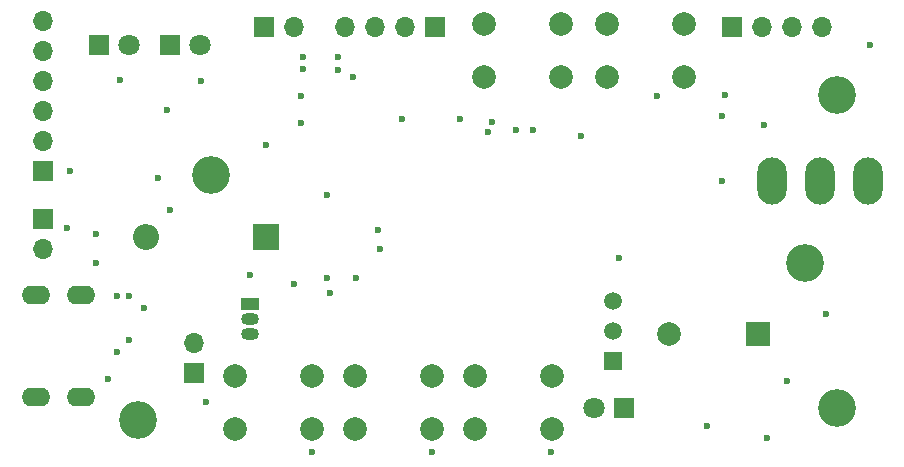
<source format=gbr>
%TF.GenerationSoftware,KiCad,Pcbnew,8.0.4*%
%TF.CreationDate,2024-08-25T14:26:38+02:00*%
%TF.ProjectId,cooking_thermometer,636f6f6b-696e-4675-9f74-6865726d6f6d,rev?*%
%TF.SameCoordinates,Original*%
%TF.FileFunction,Soldermask,Bot*%
%TF.FilePolarity,Negative*%
%FSLAX46Y46*%
G04 Gerber Fmt 4.6, Leading zero omitted, Abs format (unit mm)*
G04 Created by KiCad (PCBNEW 8.0.4) date 2024-08-25 14:26:38*
%MOMM*%
%LPD*%
G01*
G04 APERTURE LIST*
%ADD10C,3.200000*%
%ADD11C,2.000000*%
%ADD12R,1.700000X1.700000*%
%ADD13O,1.700000X1.700000*%
%ADD14R,2.200000X2.200000*%
%ADD15O,2.200000X2.200000*%
%ADD16R,1.800000X1.800000*%
%ADD17C,1.800000*%
%ADD18O,2.500000X4.000000*%
%ADD19R,1.500000X1.050000*%
%ADD20O,1.500000X1.050000*%
%ADD21O,2.400000X1.600000*%
%ADD22R,2.000000X2.000000*%
%ADD23R,1.500000X1.500000*%
%ADD24C,1.500000*%
%ADD25C,0.600000*%
G04 APERTURE END LIST*
D10*
%TO.C,H1*%
X217750000Y-85000000D03*
%TD*%
D11*
%TO.C,SW4*%
X183388000Y-113250000D03*
X176888000Y-113250000D03*
X183388000Y-108750000D03*
X176888000Y-108750000D03*
%TD*%
%TO.C,SW5*%
X193548000Y-113250000D03*
X187048000Y-113250000D03*
X193548000Y-108750000D03*
X187048000Y-108750000D03*
%TD*%
D12*
%TO.C,J3*%
X169164000Y-79248000D03*
D13*
X171704000Y-79248000D03*
%TD*%
D12*
%TO.C,J4*%
X150500000Y-95475000D03*
D13*
X150500000Y-98015000D03*
%TD*%
D14*
%TO.C,D1*%
X169330000Y-97000000D03*
D15*
X159170000Y-97000000D03*
%TD*%
D16*
%TO.C,D4*%
X161250000Y-80750000D03*
D17*
X163790000Y-80750000D03*
%TD*%
D18*
%TO.C,J8*%
X220353500Y-92250000D03*
X216289500Y-92250000D03*
X212225500Y-92250000D03*
%TD*%
D19*
%TO.C,U2*%
X168000000Y-102710000D03*
D20*
X168000000Y-103980000D03*
X168000000Y-105250000D03*
%TD*%
D21*
%TO.C,J9*%
X153672500Y-101930000D03*
X149872500Y-101930000D03*
X153672500Y-110570000D03*
X149872500Y-110570000D03*
%TD*%
D10*
%TO.C,H5*%
X158500000Y-112500000D03*
%TD*%
D16*
%TO.C,D3*%
X155225000Y-80750000D03*
D17*
X157765000Y-80750000D03*
%TD*%
D10*
%TO.C,H2*%
X217750000Y-111500000D03*
%TD*%
D12*
%TO.C,J2*%
X183642000Y-79248000D03*
D13*
X181102000Y-79248000D03*
X178562000Y-79248000D03*
X176022000Y-79248000D03*
%TD*%
D12*
%TO.C,J7*%
X163250000Y-108540000D03*
D13*
X163250000Y-106000000D03*
%TD*%
D22*
%TO.C,BZ1*%
X211050000Y-105250000D03*
D11*
X203450000Y-105250000D03*
%TD*%
D23*
%TO.C,Q1*%
X198750000Y-107540000D03*
D24*
X198750000Y-105000000D03*
X198750000Y-102460000D03*
%TD*%
D10*
%TO.C,H4*%
X215000000Y-99250000D03*
%TD*%
%TO.C,H3*%
X164750000Y-91750000D03*
%TD*%
D11*
%TO.C,SW1*%
X198224000Y-78994000D03*
X204724000Y-78994000D03*
X198224000Y-83494000D03*
X204724000Y-83494000D03*
%TD*%
D12*
%TO.C,J1*%
X150500000Y-91440000D03*
D13*
X150500000Y-88900000D03*
X150500000Y-86360000D03*
X150500000Y-83820000D03*
X150500000Y-81280000D03*
X150500000Y-78740000D03*
%TD*%
D12*
%TO.C,J6*%
X208788000Y-79248000D03*
D13*
X211328000Y-79248000D03*
X213868000Y-79248000D03*
X216408000Y-79248000D03*
%TD*%
D11*
%TO.C,SW2*%
X187810000Y-78994000D03*
X194310000Y-78994000D03*
X187810000Y-83494000D03*
X194310000Y-83494000D03*
%TD*%
%TO.C,SW3*%
X173228000Y-113250000D03*
X166728000Y-113250000D03*
X173228000Y-108750000D03*
X166728000Y-108750000D03*
%TD*%
D16*
%TO.C,D2*%
X199644000Y-111506000D03*
D17*
X197104000Y-111506000D03*
%TD*%
D25*
X169330000Y-89250000D03*
X216750000Y-103500000D03*
X174500000Y-100500000D03*
X160250000Y-92000000D03*
X213500000Y-109250000D03*
X202438000Y-85090000D03*
X159000000Y-103000000D03*
X157000000Y-83750000D03*
X172339000Y-87376000D03*
X177000000Y-100500000D03*
X220500000Y-80750000D03*
X161250000Y-94750000D03*
X163830000Y-83820000D03*
X178835939Y-96450939D03*
X172339000Y-85090000D03*
X211500000Y-87500000D03*
X152810000Y-91440000D03*
X196000000Y-88500000D03*
X206750000Y-113000000D03*
X211750000Y-114000000D03*
X193500000Y-115250000D03*
X168000000Y-100250000D03*
X152500000Y-96250000D03*
X156000000Y-109000000D03*
X183388000Y-115250000D03*
X164250000Y-111000000D03*
X173250000Y-115250000D03*
X176750000Y-83500000D03*
X174500000Y-93500000D03*
X179000000Y-98000000D03*
X161000000Y-86250000D03*
X156750000Y-102000000D03*
X175500000Y-81750000D03*
X156750000Y-106750000D03*
X172466000Y-81788000D03*
X155000000Y-99250000D03*
X175500000Y-82842003D03*
X157750000Y-102000000D03*
X157750000Y-105750000D03*
X155000000Y-96750000D03*
X172466000Y-82804000D03*
X188138000Y-88138000D03*
X190500000Y-88000000D03*
X199250000Y-98812000D03*
X208000000Y-86750000D03*
X208250000Y-85000000D03*
X171750000Y-101000000D03*
X174750000Y-101750000D03*
X185757765Y-86992235D03*
X180848000Y-86995000D03*
X188500000Y-87250000D03*
X192000000Y-88000000D03*
X208000000Y-92250000D03*
M02*

</source>
